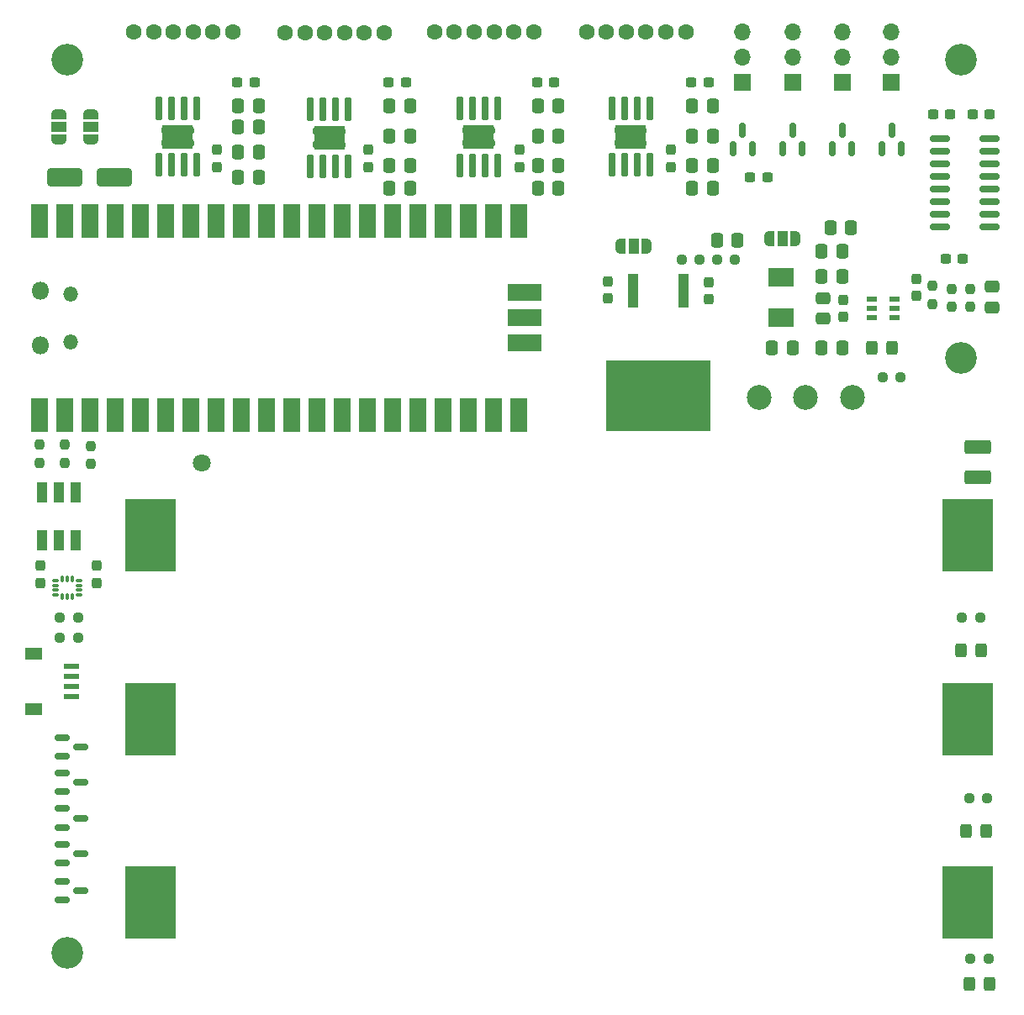
<source format=gbr>
%TF.GenerationSoftware,KiCad,Pcbnew,7.0.2-0*%
%TF.CreationDate,2024-05-31T06:07:32-07:00*%
%TF.ProjectId,version_1,76657273-696f-46e5-9f31-2e6b69636164,rev?*%
%TF.SameCoordinates,Original*%
%TF.FileFunction,Soldermask,Top*%
%TF.FilePolarity,Negative*%
%FSLAX46Y46*%
G04 Gerber Fmt 4.6, Leading zero omitted, Abs format (unit mm)*
G04 Created by KiCad (PCBNEW 7.0.2-0) date 2024-05-31 06:07:32*
%MOMM*%
%LPD*%
G01*
G04 APERTURE LIST*
G04 Aperture macros list*
%AMRoundRect*
0 Rectangle with rounded corners*
0 $1 Rounding radius*
0 $2 $3 $4 $5 $6 $7 $8 $9 X,Y pos of 4 corners*
0 Add a 4 corners polygon primitive as box body*
4,1,4,$2,$3,$4,$5,$6,$7,$8,$9,$2,$3,0*
0 Add four circle primitives for the rounded corners*
1,1,$1+$1,$2,$3*
1,1,$1+$1,$4,$5*
1,1,$1+$1,$6,$7*
1,1,$1+$1,$8,$9*
0 Add four rect primitives between the rounded corners*
20,1,$1+$1,$2,$3,$4,$5,0*
20,1,$1+$1,$4,$5,$6,$7,0*
20,1,$1+$1,$6,$7,$8,$9,0*
20,1,$1+$1,$8,$9,$2,$3,0*%
%AMFreePoly0*
4,1,19,0.550000,-0.750000,0.000000,-0.750000,0.000000,-0.744911,-0.071157,-0.744911,-0.207708,-0.704816,-0.327430,-0.627875,-0.420627,-0.520320,-0.479746,-0.390866,-0.500000,-0.250000,-0.500000,0.250000,-0.479746,0.390866,-0.420627,0.520320,-0.327430,0.627875,-0.207708,0.704816,-0.071157,0.744911,0.000000,0.744911,0.000000,0.750000,0.550000,0.750000,0.550000,-0.750000,0.550000,-0.750000,
$1*%
%AMFreePoly1*
4,1,19,0.000000,0.744911,0.071157,0.744911,0.207708,0.704816,0.327430,0.627875,0.420627,0.520320,0.479746,0.390866,0.500000,0.250000,0.500000,-0.250000,0.479746,-0.390866,0.420627,-0.520320,0.327430,-0.627875,0.207708,-0.704816,0.071157,-0.744911,0.000000,-0.744911,0.000000,-0.750000,-0.550000,-0.750000,-0.550000,0.750000,0.000000,0.750000,0.000000,0.744911,0.000000,0.744911,
$1*%
G04 Aperture macros list end*
%ADD10RoundRect,0.250000X-0.337500X-0.475000X0.337500X-0.475000X0.337500X0.475000X-0.337500X0.475000X0*%
%ADD11R,1.700000X1.700000*%
%ADD12O,1.700000X1.700000*%
%ADD13RoundRect,0.237500X0.300000X0.237500X-0.300000X0.237500X-0.300000X-0.237500X0.300000X-0.237500X0*%
%ADD14RoundRect,0.237500X0.250000X0.237500X-0.250000X0.237500X-0.250000X-0.237500X0.250000X-0.237500X0*%
%ADD15FreePoly0,270.000000*%
%ADD16R,1.500000X1.000000*%
%ADD17FreePoly1,270.000000*%
%ADD18RoundRect,0.150000X-0.850000X-0.150000X0.850000X-0.150000X0.850000X0.150000X-0.850000X0.150000X0*%
%ADD19FreePoly0,90.000000*%
%ADD20FreePoly1,90.000000*%
%ADD21RoundRect,0.237500X-0.237500X0.300000X-0.237500X-0.300000X0.237500X-0.300000X0.237500X0.300000X0*%
%ADD22FreePoly0,180.000000*%
%ADD23R,1.000000X1.500000*%
%ADD24FreePoly1,180.000000*%
%ADD25C,1.600000*%
%ADD26RoundRect,0.237500X0.237500X-0.300000X0.237500X0.300000X-0.237500X0.300000X-0.237500X-0.300000X0*%
%ADD27RoundRect,0.237500X-0.250000X-0.237500X0.250000X-0.237500X0.250000X0.237500X-0.250000X0.237500X0*%
%ADD28R,3.100000X2.400000*%
%ADD29RoundRect,0.070000X0.250000X-1.100000X0.250000X1.100000X-0.250000X1.100000X-0.250000X-1.100000X0*%
%ADD30C,0.770000*%
%ADD31R,1.550013X0.600000*%
%ADD32R,1.800000X1.200000*%
%ADD33R,2.500000X1.900000*%
%ADD34C,3.200000*%
%ADD35RoundRect,0.237500X-0.300000X-0.237500X0.300000X-0.237500X0.300000X0.237500X-0.300000X0.237500X0*%
%ADD36RoundRect,0.237500X0.237500X-0.250000X0.237500X0.250000X-0.237500X0.250000X-0.237500X-0.250000X0*%
%ADD37RoundRect,0.150000X-0.587500X-0.150000X0.587500X-0.150000X0.587500X0.150000X-0.587500X0.150000X0*%
%ADD38R,1.072009X0.532004*%
%ADD39RoundRect,0.250000X0.325000X0.450000X-0.325000X0.450000X-0.325000X-0.450000X0.325000X-0.450000X0*%
%ADD40RoundRect,0.250000X-0.475000X0.337500X-0.475000X-0.337500X0.475000X-0.337500X0.475000X0.337500X0*%
%ADD41RoundRect,0.150000X0.150000X-0.587500X0.150000X0.587500X-0.150000X0.587500X-0.150000X-0.587500X0*%
%ADD42RoundRect,0.250001X-1.074999X0.462499X-1.074999X-0.462499X1.074999X-0.462499X1.074999X0.462499X0*%
%ADD43O,1.800000X1.800000*%
%ADD44O,1.500000X1.500000*%
%ADD45R,1.700000X3.500000*%
%ADD46R,3.500000X1.700000*%
%ADD47RoundRect,0.250000X0.337500X0.475000X-0.337500X0.475000X-0.337500X-0.475000X0.337500X-0.475000X0*%
%ADD48RoundRect,0.250000X-1.500000X-0.650000X1.500000X-0.650000X1.500000X0.650000X-1.500000X0.650000X0*%
%ADD49C,2.500000*%
%ADD50C,1.800000*%
%ADD51R,5.200000X7.400000*%
%ADD52RoundRect,0.087500X0.225000X0.087500X-0.225000X0.087500X-0.225000X-0.087500X0.225000X-0.087500X0*%
%ADD53RoundRect,0.087500X0.087500X0.225000X-0.087500X0.225000X-0.087500X-0.225000X0.087500X-0.225000X0*%
%ADD54RoundRect,0.237500X-0.237500X0.250000X-0.237500X-0.250000X0.237500X-0.250000X0.237500X0.250000X0*%
%ADD55RoundRect,0.250000X0.475000X-0.337500X0.475000X0.337500X-0.475000X0.337500X-0.475000X-0.337500X0*%
%ADD56R,1.134011X3.358547*%
%ADD57R,10.566421X7.180544*%
%ADD58R,1.100000X2.000000*%
G04 APERTURE END LIST*
D10*
%TO.C,C37*%
X72354000Y-37973000D03*
X74429000Y-37973000D03*
%TD*%
D11*
%TO.C,M8*%
X107950000Y-27305000D03*
D12*
X107950000Y-24765000D03*
X107950000Y-22225000D03*
%TD*%
D13*
%TO.C,C60*%
X95477500Y-36830000D03*
X93752500Y-36830000D03*
%TD*%
D14*
%TO.C,R27*%
X116889974Y-81195026D03*
X115064974Y-81195026D03*
%TD*%
D15*
%TO.C,JP2*%
X24130000Y-30450000D03*
D16*
X24130000Y-31750000D03*
D17*
X24130000Y-33050000D03*
%TD*%
D18*
%TO.C,U10*%
X112865000Y-32967973D03*
X112865000Y-34237973D03*
X112865000Y-35507973D03*
X112865000Y-36777973D03*
X112865000Y-38047973D03*
X112865000Y-39317973D03*
X112865000Y-40587973D03*
X112865000Y-41857973D03*
X117865000Y-41857973D03*
X117865000Y-40587973D03*
X117865000Y-39317973D03*
X117865000Y-38047973D03*
X117865000Y-36777973D03*
X117865000Y-35507973D03*
X117865000Y-34237973D03*
X117865000Y-32967973D03*
%TD*%
D19*
%TO.C,JP3*%
X27305000Y-33050000D03*
D16*
X27305000Y-31750000D03*
D20*
X27305000Y-30450000D03*
%TD*%
D10*
%TO.C,C30*%
X100962500Y-54000000D03*
X103037500Y-54000000D03*
%TD*%
D21*
%TO.C,C26*%
X70485000Y-34062500D03*
X70485000Y-35787500D03*
%TD*%
D22*
%TO.C,JP4*%
X98300000Y-43000000D03*
D23*
X97000000Y-43000000D03*
D24*
X95700000Y-43000000D03*
%TD*%
D25*
%TO.C,CN3*%
X46902999Y-22296973D03*
X48902999Y-22296973D03*
X50902999Y-22296973D03*
X52902999Y-22296973D03*
X54902999Y-22296973D03*
X56902999Y-22296973D03*
%TD*%
D14*
%TO.C,R25*%
X92227500Y-45155000D03*
X90402500Y-45155000D03*
%TD*%
D26*
%TO.C,C6*%
X89535000Y-49122500D03*
X89535000Y-47397500D03*
%TD*%
D21*
%TO.C,C7*%
X110473500Y-47042500D03*
X110473500Y-48767500D03*
%TD*%
D10*
%TO.C,C42*%
X72354000Y-35687000D03*
X74429000Y-35687000D03*
%TD*%
D27*
%TO.C,R29*%
X24217500Y-81229763D03*
X26042500Y-81229763D03*
%TD*%
D28*
%TO.C,U17*%
X36101000Y-32728973D03*
D29*
X34196000Y-35603973D03*
X35466000Y-35603973D03*
X36736000Y-35603973D03*
X38006000Y-35603973D03*
X38006000Y-29853973D03*
X36736000Y-29853973D03*
X35466000Y-29853973D03*
X34196000Y-29853973D03*
D30*
X34801000Y-33378973D03*
X36101000Y-33378973D03*
X37401000Y-33378973D03*
X34801000Y-32078973D03*
X36101000Y-32078973D03*
X37401000Y-32078973D03*
%TD*%
D14*
%TO.C,R17*%
X117635974Y-99433026D03*
X115810974Y-99433026D03*
%TD*%
D21*
%TO.C,C5*%
X79375000Y-47302500D03*
X79375000Y-49027500D03*
%TD*%
D31*
%TO.C,U18*%
X25433024Y-86130127D03*
X25433024Y-87130127D03*
X25432516Y-88130381D03*
X25432516Y-89130381D03*
D32*
X21556976Y-90430102D03*
X21557484Y-84829898D03*
%TD*%
D33*
%TO.C,U5*%
X96882500Y-50968538D03*
X96882500Y-46868462D03*
%TD*%
D21*
%TO.C,C50*%
X27940000Y-75972500D03*
X27940000Y-77697500D03*
%TD*%
D25*
%TO.C,CN4*%
X31655000Y-22172973D03*
X33655000Y-22172973D03*
X35655000Y-22172973D03*
X37655000Y-22172973D03*
X39655000Y-22172973D03*
X41655000Y-22172973D03*
%TD*%
D28*
%TO.C,U16*%
X51349000Y-32852973D03*
D29*
X49444000Y-35727973D03*
X50714000Y-35727973D03*
X51984000Y-35727973D03*
X53254000Y-35727973D03*
X53254000Y-29977973D03*
X51984000Y-29977973D03*
X50714000Y-29977973D03*
X49444000Y-29977973D03*
D30*
X50049000Y-33502973D03*
X51349000Y-33502973D03*
X52649000Y-33502973D03*
X50049000Y-32202973D03*
X51349000Y-32202973D03*
X52649000Y-32202973D03*
%TD*%
D10*
%TO.C,C11*%
X87889000Y-29667000D03*
X89964000Y-29667000D03*
%TD*%
D13*
%TO.C,C29*%
X113892500Y-30480000D03*
X112167500Y-30480000D03*
%TD*%
D21*
%TO.C,C28*%
X40005000Y-34062500D03*
X40005000Y-35787500D03*
%TD*%
D10*
%TO.C,C36*%
X87889000Y-37973000D03*
X89964000Y-37973000D03*
%TD*%
D28*
%TO.C,U13*%
X81709000Y-32728973D03*
D29*
X79804000Y-35603973D03*
X81074000Y-35603973D03*
X82344000Y-35603973D03*
X83614000Y-35603973D03*
X83614000Y-29853973D03*
X82344000Y-29853973D03*
X81074000Y-29853973D03*
X79804000Y-29853973D03*
D30*
X80409000Y-33378973D03*
X81709000Y-33378973D03*
X83009000Y-33378973D03*
X80409000Y-32078973D03*
X81709000Y-32078973D03*
X83009000Y-32078973D03*
%TD*%
D34*
%TO.C,H2*%
X25000000Y-115000000D03*
%TD*%
D35*
%TO.C,C4*%
X42090000Y-27305000D03*
X43815000Y-27305000D03*
%TD*%
D36*
%TO.C,R23*%
X27305000Y-65747500D03*
X27305000Y-63922500D03*
%TD*%
D26*
%TO.C,C14*%
X103087500Y-50900000D03*
X103087500Y-49175000D03*
%TD*%
D37*
%TO.C,Q25*%
X24462500Y-96825000D03*
X24462500Y-98725000D03*
X26337500Y-97775000D03*
%TD*%
D38*
%TO.C,U4*%
X106022402Y-49087538D03*
X106022402Y-50037500D03*
X106022402Y-50987462D03*
X108320598Y-50987462D03*
X108320598Y-50037500D03*
X108320598Y-49087538D03*
%TD*%
D35*
%TO.C,C3*%
X57330000Y-27305000D03*
X59055000Y-27305000D03*
%TD*%
D39*
%TO.C,D1*%
X117865000Y-118110000D03*
X115815000Y-118110000D03*
%TD*%
D11*
%TO.C,M6*%
X98000000Y-27305000D03*
D12*
X98000000Y-24765000D03*
X98000000Y-22225000D03*
%TD*%
D40*
%TO.C,C59*%
X118110000Y-47857500D03*
X118110000Y-49932500D03*
%TD*%
D41*
%TO.C,Q17*%
X92050000Y-33980473D03*
X93950000Y-33980473D03*
X93000000Y-32105473D03*
%TD*%
D10*
%TO.C,C39*%
X42169000Y-36830000D03*
X44244000Y-36830000D03*
%TD*%
D21*
%TO.C,C25*%
X85725000Y-34062500D03*
X85725000Y-35787500D03*
%TD*%
D11*
%TO.C,M5*%
X93000000Y-27305000D03*
D12*
X93000000Y-24765000D03*
X93000000Y-22225000D03*
%TD*%
D39*
%TO.C,D7*%
X117002474Y-84497026D03*
X114952474Y-84497026D03*
%TD*%
%TO.C,D3*%
X117494474Y-102735026D03*
X115444474Y-102735026D03*
%TD*%
D35*
%TO.C,C2*%
X72275000Y-27305000D03*
X74000000Y-27305000D03*
%TD*%
D25*
%TO.C,CN2*%
X61942999Y-22188973D03*
X63942999Y-22188973D03*
X65942999Y-22188973D03*
X67942999Y-22188973D03*
X69942999Y-22188973D03*
X71942999Y-22188973D03*
%TD*%
D10*
%TO.C,C54*%
X42169000Y-34290000D03*
X44244000Y-34290000D03*
%TD*%
D42*
%TO.C,F1*%
X116662000Y-64045263D03*
X116662000Y-67020263D03*
%TD*%
D28*
%TO.C,U15*%
X66389000Y-32744973D03*
D29*
X64484000Y-35619973D03*
X65754000Y-35619973D03*
X67024000Y-35619973D03*
X68294000Y-35619973D03*
X68294000Y-29869973D03*
X67024000Y-29869973D03*
X65754000Y-29869973D03*
X64484000Y-29869973D03*
D30*
X65089000Y-33394973D03*
X66389000Y-33394973D03*
X67689000Y-33394973D03*
X65089000Y-32094973D03*
X66389000Y-32094973D03*
X67689000Y-32094973D03*
%TD*%
D43*
%TO.C,U1*%
X22275000Y-53725000D03*
D44*
X25305000Y-53425000D03*
X25305000Y-48575000D03*
D43*
X22275000Y-48275000D03*
D45*
X22145000Y-60790000D03*
X24685000Y-60790000D03*
X27225000Y-60790000D03*
X29765000Y-60790000D03*
X32305000Y-60790000D03*
X34845000Y-60790000D03*
X37385000Y-60790000D03*
X39925000Y-60790000D03*
X42465000Y-60790000D03*
X45005000Y-60790000D03*
X47545000Y-60790000D03*
X50085000Y-60790000D03*
X52625000Y-60790000D03*
X55165000Y-60790000D03*
X57705000Y-60790000D03*
X60245000Y-60790000D03*
X62785000Y-60790000D03*
X65325000Y-60790000D03*
X67865000Y-60790000D03*
X70405000Y-60790000D03*
X70405000Y-41210000D03*
X67865000Y-41210000D03*
X65325000Y-41210000D03*
X62785000Y-41210000D03*
X60245000Y-41210000D03*
X57705000Y-41210000D03*
X55165000Y-41210000D03*
X52625000Y-41210000D03*
X50085000Y-41210000D03*
X47545000Y-41210000D03*
X45005000Y-41210000D03*
X42465000Y-41210000D03*
X39925000Y-41210000D03*
X37385000Y-41210000D03*
X34845000Y-41210000D03*
X32305000Y-41210000D03*
X29765000Y-41210000D03*
X27225000Y-41210000D03*
X24685000Y-41210000D03*
X22145000Y-41210000D03*
D12*
X70175000Y-53540000D03*
D46*
X71075000Y-53540000D03*
D11*
X70175000Y-51000000D03*
D46*
X71075000Y-51000000D03*
D12*
X70175000Y-48460000D03*
D46*
X71075000Y-48460000D03*
%TD*%
D47*
%TO.C,C13*%
X98037500Y-54000000D03*
X95962500Y-54000000D03*
%TD*%
D10*
%TO.C,C47*%
X57409000Y-35687000D03*
X59484000Y-35687000D03*
%TD*%
D14*
%TO.C,R20*%
X117752500Y-115570000D03*
X115927500Y-115570000D03*
%TD*%
D10*
%TO.C,C38*%
X57409000Y-37973000D03*
X59484000Y-37973000D03*
%TD*%
%TO.C,C45*%
X57409000Y-29667000D03*
X59484000Y-29667000D03*
%TD*%
%TO.C,C46*%
X57409000Y-32676999D03*
X59484000Y-32676999D03*
%TD*%
D36*
%TO.C,R4*%
X112122500Y-49576500D03*
X112122500Y-47751500D03*
%TD*%
D27*
%TO.C,R26*%
X86827500Y-45155000D03*
X88652500Y-45155000D03*
%TD*%
%TO.C,R30*%
X24217500Y-83229763D03*
X26042500Y-83229763D03*
%TD*%
D36*
%TO.C,R21*%
X22145000Y-65610000D03*
X22145000Y-63785000D03*
%TD*%
D10*
%TO.C,C58*%
X100925000Y-46863500D03*
X103000000Y-46863500D03*
%TD*%
D35*
%TO.C,C1*%
X87810000Y-27305000D03*
X89535000Y-27305000D03*
%TD*%
D37*
%TO.C,Q24*%
X24462500Y-93275000D03*
X24462500Y-95175000D03*
X26337500Y-94225000D03*
%TD*%
D34*
%TO.C,H1*%
X115000000Y-25000000D03*
%TD*%
D11*
%TO.C,M7*%
X103000000Y-27305000D03*
D12*
X103000000Y-24765000D03*
X103000000Y-22225000D03*
%TD*%
D10*
%TO.C,C15*%
X90402500Y-43180000D03*
X92477500Y-43180000D03*
%TD*%
D48*
%TO.C,D5*%
X24700000Y-36860000D03*
X29700000Y-36860000D03*
%TD*%
D49*
%TO.C,U2*%
X104050025Y-59055000D03*
X99350000Y-59055000D03*
X94649975Y-59055000D03*
%TD*%
D50*
%TO.C,U6*%
X38499860Y-65589987D03*
D51*
X33350000Y-72940000D03*
X115649974Y-72940000D03*
X33350000Y-91440127D03*
X115649974Y-91440127D03*
X33350000Y-109940000D03*
X115649974Y-109940000D03*
%TD*%
D52*
%TO.C,U12*%
X26117500Y-78942263D03*
X26117500Y-78442263D03*
X26117500Y-77942263D03*
X26117500Y-77442263D03*
D53*
X25455000Y-77279763D03*
X24955000Y-77279763D03*
X24455000Y-77279763D03*
D52*
X23792500Y-77442263D03*
X23792500Y-77942263D03*
X23792500Y-78442263D03*
X23792500Y-78942263D03*
D53*
X24455000Y-79104763D03*
X24955000Y-79104763D03*
X25455000Y-79104763D03*
%TD*%
D22*
%TO.C,JP1*%
X83300000Y-43815000D03*
D23*
X82000000Y-43815000D03*
D24*
X80700000Y-43815000D03*
%TD*%
D13*
%TO.C,C61*%
X115162500Y-45085000D03*
X113437500Y-45085000D03*
%TD*%
D10*
%TO.C,C8*%
X101832500Y-41910000D03*
X103907500Y-41910000D03*
%TD*%
D21*
%TO.C,C27*%
X55245000Y-34062500D03*
X55245000Y-35787500D03*
%TD*%
D37*
%TO.C,Q22*%
X24462500Y-100450000D03*
X24462500Y-102350000D03*
X26337500Y-101400000D03*
%TD*%
D10*
%TO.C,C52*%
X42169000Y-29667000D03*
X44244000Y-29667000D03*
%TD*%
D26*
%TO.C,C16*%
X22225000Y-77697500D03*
X22225000Y-75972500D03*
%TD*%
D25*
%TO.C,CN1*%
X77262999Y-22172973D03*
X79262999Y-22172973D03*
X81262999Y-22172973D03*
X83262999Y-22172973D03*
X85262999Y-22172973D03*
X87262999Y-22172973D03*
%TD*%
D54*
%TO.C,R3*%
X115932500Y-48087500D03*
X115932500Y-49912500D03*
%TD*%
D55*
%TO.C,C31*%
X101087500Y-51075000D03*
X101087500Y-49000000D03*
%TD*%
D10*
%TO.C,C57*%
X100925000Y-44323500D03*
X103000000Y-44323500D03*
%TD*%
D41*
%TO.C,Q18*%
X97050000Y-33980473D03*
X98950000Y-33980473D03*
X98000000Y-32105473D03*
%TD*%
D37*
%TO.C,Q23*%
X24462500Y-107750000D03*
X24462500Y-109650000D03*
X26337500Y-108700000D03*
%TD*%
D34*
%TO.C,H4*%
X25000000Y-25000000D03*
%TD*%
D10*
%TO.C,C53*%
X42169000Y-31750000D03*
X44244000Y-31750000D03*
%TD*%
D39*
%TO.C,D4*%
X108025000Y-54000000D03*
X105975000Y-54000000D03*
%TD*%
D10*
%TO.C,C32*%
X87889000Y-32676999D03*
X89964000Y-32676999D03*
%TD*%
D41*
%TO.C,Q20*%
X107050000Y-33980473D03*
X108950000Y-33980473D03*
X108000000Y-32105473D03*
%TD*%
D34*
%TO.C,H3*%
X115000000Y-55000000D03*
%TD*%
D10*
%TO.C,C41*%
X72354000Y-32676999D03*
X74429000Y-32676999D03*
%TD*%
%TO.C,C40*%
X72354000Y-29667000D03*
X74429000Y-29667000D03*
%TD*%
D35*
%TO.C,C51*%
X116127000Y-30480000D03*
X117852000Y-30480000D03*
%TD*%
D37*
%TO.C,Q21*%
X24462500Y-104050000D03*
X24462500Y-105950000D03*
X26337500Y-105000000D03*
%TD*%
D41*
%TO.C,Q19*%
X102050000Y-33980473D03*
X103950000Y-33980473D03*
X103000000Y-32105473D03*
%TD*%
D27*
%TO.C,R1*%
X107087500Y-57000000D03*
X108912500Y-57000000D03*
%TD*%
D10*
%TO.C,C33*%
X87889000Y-35687000D03*
X89964000Y-35687000D03*
%TD*%
D36*
%TO.C,R2*%
X114027500Y-49912500D03*
X114027500Y-48087500D03*
%TD*%
D56*
%TO.C,U3*%
X86995005Y-48258731D03*
X81914995Y-48258731D03*
D57*
X84455000Y-58830487D03*
%TD*%
D58*
%TO.C,D6*%
X22430000Y-73415000D03*
X24130000Y-73415000D03*
X25830000Y-73415000D03*
X25830000Y-68615000D03*
X24130000Y-68615000D03*
X22430000Y-68615000D03*
%TD*%
D36*
%TO.C,R22*%
X24685000Y-65610000D03*
X24685000Y-63785000D03*
%TD*%
M02*

</source>
